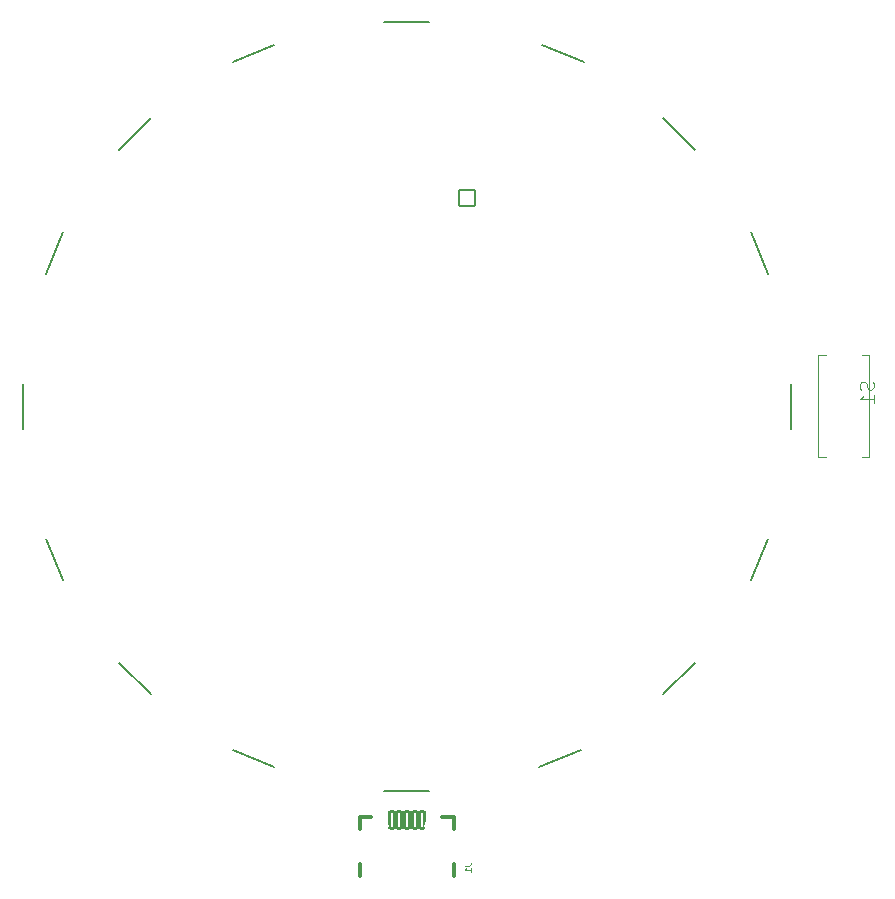
<source format=gbo>
G04 #@! TF.GenerationSoftware,KiCad,Pcbnew,(6.0.4-0)*
G04 #@! TF.CreationDate,2022-11-18T23:15:20+01:00*
G04 #@! TF.ProjectId,iO_Atletehe_rev1,694f5f41-746c-4657-9465-68655f726576,rev?*
G04 #@! TF.SameCoordinates,Original*
G04 #@! TF.FileFunction,Legend,Bot*
G04 #@! TF.FilePolarity,Positive*
%FSLAX46Y46*%
G04 Gerber Fmt 4.6, Leading zero omitted, Abs format (unit mm)*
G04 Created by KiCad (PCBNEW (6.0.4-0)) date 2022-11-18 23:15:20*
%MOMM*%
%LPD*%
G01*
G04 APERTURE LIST*
G04 Aperture macros list*
%AMRoundRect*
0 Rectangle with rounded corners*
0 $1 Rounding radius*
0 $2 $3 $4 $5 $6 $7 $8 $9 X,Y pos of 4 corners*
0 Add a 4 corners polygon primitive as box body*
4,1,4,$2,$3,$4,$5,$6,$7,$8,$9,$2,$3,0*
0 Add four circle primitives for the rounded corners*
1,1,$1+$1,$2,$3*
1,1,$1+$1,$4,$5*
1,1,$1+$1,$6,$7*
1,1,$1+$1,$8,$9*
0 Add four rect primitives between the rounded corners*
20,1,$1+$1,$2,$3,$4,$5,0*
20,1,$1+$1,$4,$5,$6,$7,0*
20,1,$1+$1,$6,$7,$8,$9,0*
20,1,$1+$1,$8,$9,$2,$3,0*%
G04 Aperture macros list end*
%ADD10C,0.097536*%
%ADD11C,0.093472*%
%ADD12C,0.203200*%
%ADD13C,0.304800*%
%ADD14C,0.100000*%
%ADD15C,1.308000*%
%ADD16C,2.082800*%
%ADD17C,2.499990*%
%ADD18C,2.500009*%
%ADD19C,2.500000*%
%ADD20C,1.000000*%
%ADD21C,1.753200*%
%ADD22RoundRect,0.101600X0.654000X-0.654000X0.654000X0.654000X-0.654000X0.654000X-0.654000X-0.654000X0*%
%ADD23RoundRect,0.101600X-0.200000X-0.725000X0.200000X-0.725000X0.200000X0.725000X-0.200000X0.725000X0*%
%ADD24C,0.850000*%
%ADD25C,2.743200*%
%ADD26C,1.503200*%
%ADD27C,2.078200*%
G04 APERTURE END LIST*
D10*
X153389584Y-143892422D02*
X153755344Y-143892422D01*
X153828496Y-143868038D01*
X153877264Y-143819270D01*
X153901648Y-143746118D01*
X153901648Y-143697350D01*
X153901648Y-144404486D02*
X153901648Y-144111878D01*
X153901648Y-144258182D02*
X153389584Y-144258182D01*
X153462736Y-144209414D01*
X153511504Y-144160646D01*
X153535888Y-144111878D01*
D11*
X187977313Y-102925938D02*
X188033338Y-103094013D01*
X188033338Y-103374139D01*
X187977313Y-103486189D01*
X187921288Y-103542214D01*
X187809238Y-103598239D01*
X187697188Y-103598239D01*
X187585137Y-103542214D01*
X187529112Y-103486189D01*
X187473087Y-103374139D01*
X187417062Y-103150038D01*
X187361037Y-103037988D01*
X187305012Y-102981963D01*
X187192961Y-102925938D01*
X187080911Y-102925938D01*
X186968861Y-102981963D01*
X186912836Y-103037988D01*
X186856810Y-103150038D01*
X186856810Y-103430164D01*
X186912836Y-103598239D01*
X188033338Y-104718742D02*
X188033338Y-104046440D01*
X188033338Y-104382591D02*
X186856810Y-104382591D01*
X187024886Y-104270541D01*
X187136936Y-104158491D01*
X187192961Y-104046440D01*
D12*
X181041100Y-106908600D02*
X181041100Y-103098600D01*
X170200113Y-129396690D02*
X172894190Y-126702613D01*
X133769094Y-134121242D02*
X137289075Y-135579266D01*
X124108010Y-126702613D02*
X126802087Y-129396690D01*
X126802087Y-80610510D02*
X124108010Y-83304587D01*
X177618742Y-119735606D02*
X179076766Y-116215625D01*
X117925434Y-116215625D02*
X119383458Y-119735606D01*
X137289075Y-74427934D02*
X133769094Y-75885958D01*
X115961100Y-103098600D02*
X115961100Y-106908600D01*
X119383458Y-90271594D02*
X117925434Y-93791575D01*
X163483106Y-75885958D02*
X159963125Y-74427934D01*
X146596100Y-137543600D02*
X150406100Y-137543600D01*
X172894190Y-83304587D02*
X170200113Y-80610510D01*
X159713125Y-135579266D02*
X163233106Y-134121242D01*
X179076766Y-93791575D02*
X177618742Y-90271594D01*
X150406100Y-72463600D02*
X146596100Y-72463600D01*
D13*
X144501100Y-139753600D02*
X145501100Y-139753600D01*
X152501100Y-143753600D02*
X152501100Y-144753600D01*
X152501100Y-139753600D02*
X151501100Y-139753600D01*
X152493981Y-139771641D02*
X152493981Y-140753600D01*
X144501100Y-143753600D02*
X144501100Y-144753600D01*
X152493981Y-140753600D02*
X152501100Y-140753600D01*
X144501100Y-140753600D02*
X144501100Y-139753600D01*
D14*
X187651100Y-109303600D02*
X187001100Y-109303600D01*
X187651100Y-100703600D02*
X187651100Y-109303600D01*
X184001100Y-100703600D02*
X183351100Y-100703600D01*
X183351100Y-109303600D02*
X184001100Y-109303600D01*
X187001100Y-100703600D02*
X187651100Y-100703600D01*
X183351100Y-100703600D02*
X183351100Y-109303600D01*
%LPC*%
G36*
X137102569Y-90128267D02*
G01*
X137294528Y-90189555D01*
X137470841Y-90287115D01*
X137619958Y-90413159D01*
X137578972Y-90461648D01*
X137628479Y-90421898D01*
X137747448Y-90570066D01*
X137838107Y-90744151D01*
X137893050Y-90932580D01*
X137910167Y-91128108D01*
X137888799Y-91323218D01*
X137829768Y-91510406D01*
X137735344Y-91682477D01*
X137613178Y-91828022D01*
X137564546Y-91787201D01*
X137605478Y-91835741D01*
X137459471Y-91958868D01*
X137286772Y-92054169D01*
X137098800Y-92113945D01*
X136902779Y-92135903D01*
X136706239Y-92119196D01*
X136513694Y-92063588D01*
X136189419Y-91853131D01*
X136057670Y-91696471D01*
X135960566Y-91519929D01*
X135899774Y-91327832D01*
X135877632Y-91127567D01*
X135894989Y-90926830D01*
X135952064Y-90730298D01*
X136168058Y-90398594D01*
X136328811Y-90270529D01*
X136507883Y-90178132D01*
X136701541Y-90122444D01*
X136902342Y-90105607D01*
X137102569Y-90128267D01*
G37*
G36*
X131714416Y-95516421D02*
G01*
X131906374Y-95577709D01*
X132082688Y-95675269D01*
X132231804Y-95801313D01*
X132190818Y-95849801D01*
X132240325Y-95810051D01*
X132359294Y-95958220D01*
X132449953Y-96132305D01*
X132504896Y-96320734D01*
X132522013Y-96516262D01*
X132500645Y-96711372D01*
X132441614Y-96898560D01*
X132347190Y-97070630D01*
X132225025Y-97216176D01*
X132176396Y-97175359D01*
X132217325Y-97223894D01*
X132071318Y-97347021D01*
X131898619Y-97442322D01*
X131710647Y-97502098D01*
X131514626Y-97524055D01*
X131318086Y-97507349D01*
X131125541Y-97451741D01*
X130801266Y-97241284D01*
X130669516Y-97084625D01*
X130572412Y-96908083D01*
X130511620Y-96715985D01*
X130489478Y-96515721D01*
X130506836Y-96314984D01*
X130563911Y-96118452D01*
X130779905Y-95786748D01*
X130940657Y-95658682D01*
X131119730Y-95566285D01*
X131313387Y-95510597D01*
X131514188Y-95493760D01*
X131714416Y-95516421D01*
G37*
G36*
X140694672Y-86536165D02*
G01*
X140886630Y-86597453D01*
X141062944Y-86695013D01*
X141212060Y-86821057D01*
X141171074Y-86869545D01*
X141220581Y-86829795D01*
X141339550Y-86977964D01*
X141430209Y-87152048D01*
X141485152Y-87340478D01*
X141502269Y-87536006D01*
X141480901Y-87731116D01*
X141421870Y-87918304D01*
X141327446Y-88090374D01*
X141205281Y-88235919D01*
X141156648Y-88195099D01*
X141197580Y-88243638D01*
X141051573Y-88366766D01*
X140878875Y-88462066D01*
X140690902Y-88521843D01*
X140494881Y-88543800D01*
X140298341Y-88527093D01*
X140105797Y-88471486D01*
X139781522Y-88261028D01*
X139649772Y-88104369D01*
X139552668Y-87927827D01*
X139491876Y-87735729D01*
X139469735Y-87535464D01*
X139487092Y-87334727D01*
X139544167Y-87138196D01*
X139760161Y-86806492D01*
X139920913Y-86678426D01*
X140099986Y-86586029D01*
X140293643Y-86530341D01*
X140494444Y-86513504D01*
X140694672Y-86536165D01*
G37*
G36*
X133510467Y-93720370D02*
G01*
X133702425Y-93781657D01*
X133878739Y-93879218D01*
X134027856Y-94005262D01*
X133986870Y-94053750D01*
X134036376Y-94014000D01*
X134155346Y-94162169D01*
X134246004Y-94336253D01*
X134300947Y-94524682D01*
X134318064Y-94720211D01*
X134296696Y-94915321D01*
X134237665Y-95102509D01*
X134143241Y-95274579D01*
X134021076Y-95420124D01*
X133972443Y-95379304D01*
X134013375Y-95427843D01*
X133867368Y-95550971D01*
X133694670Y-95646271D01*
X133506697Y-95706048D01*
X133310676Y-95728005D01*
X133114136Y-95711298D01*
X132921592Y-95655691D01*
X132597317Y-95445233D01*
X132465567Y-95288573D01*
X132368463Y-95112032D01*
X132307671Y-94919934D01*
X132285530Y-94719669D01*
X132302887Y-94518932D01*
X132359962Y-94322400D01*
X132575956Y-93990697D01*
X132736708Y-93862631D01*
X132915781Y-93770234D01*
X133109438Y-93714546D01*
X133310239Y-93697709D01*
X133510467Y-93720370D01*
G37*
G36*
X135306518Y-91924319D02*
G01*
X135498476Y-91985606D01*
X135674790Y-92083167D01*
X135823907Y-92209210D01*
X135782921Y-92257699D01*
X135832427Y-92217949D01*
X135951397Y-92366117D01*
X136042056Y-92540202D01*
X136096999Y-92728631D01*
X136114115Y-92924160D01*
X136092747Y-93119270D01*
X136033717Y-93306458D01*
X135939292Y-93478528D01*
X135817127Y-93624073D01*
X135768494Y-93583253D01*
X135809427Y-93631792D01*
X135663420Y-93754920D01*
X135490721Y-93850220D01*
X135302749Y-93909997D01*
X135106727Y-93931954D01*
X134910188Y-93915247D01*
X134717643Y-93859639D01*
X134393368Y-93649182D01*
X134261619Y-93492522D01*
X134164515Y-93315980D01*
X134103722Y-93123883D01*
X134081581Y-92923618D01*
X134098938Y-92722881D01*
X134156013Y-92526349D01*
X134372007Y-92194645D01*
X134532760Y-92066580D01*
X134711832Y-91974183D01*
X134905490Y-91918495D01*
X135106290Y-91901658D01*
X135306518Y-91924319D01*
G37*
G36*
X138898621Y-88332216D02*
G01*
X139090579Y-88393504D01*
X139266892Y-88491064D01*
X139416009Y-88617108D01*
X139375023Y-88665596D01*
X139424530Y-88625846D01*
X139543499Y-88774015D01*
X139634158Y-88948100D01*
X139689101Y-89136529D01*
X139706218Y-89332057D01*
X139684850Y-89527167D01*
X139625819Y-89714355D01*
X139531395Y-89886425D01*
X139409230Y-90031971D01*
X139360597Y-89991150D01*
X139401529Y-90039689D01*
X139255522Y-90162817D01*
X139082823Y-90258118D01*
X138894851Y-90317894D01*
X138698830Y-90339851D01*
X138502290Y-90323144D01*
X138309746Y-90267537D01*
X137985471Y-90057079D01*
X137853721Y-89900420D01*
X137756617Y-89723878D01*
X137695825Y-89531780D01*
X137673683Y-89331516D01*
X137691041Y-89130779D01*
X137748115Y-88934247D01*
X137964110Y-88602543D01*
X138124862Y-88474477D01*
X138303935Y-88382081D01*
X138497592Y-88326392D01*
X138698393Y-88309555D01*
X138898621Y-88332216D01*
G37*
G36*
X145817100Y-143603600D02*
G01*
X143817100Y-143603600D01*
X143817100Y-141903600D01*
X145817100Y-141903600D01*
X145817100Y-143603600D01*
G37*
G36*
X153185100Y-143603600D02*
G01*
X151185100Y-143603600D01*
X151185100Y-141903600D01*
X153185100Y-141903600D01*
X153185100Y-143603600D01*
G37*
G36*
X149851100Y-143603600D02*
G01*
X147151100Y-143603600D01*
X147151100Y-141903600D01*
X149851100Y-141903600D01*
X149851100Y-143603600D01*
G37*
D15*
X166979600Y-94030800D03*
X169519600Y-94030800D03*
X166979600Y-96570800D03*
X169519600Y-96570800D03*
X169519600Y-91490800D03*
X166979600Y-91490800D03*
D16*
X177231100Y-105003600D03*
X179771100Y-105003600D03*
X168853074Y-125355574D03*
X170649126Y-127151626D03*
X136987108Y-131330273D03*
X136015092Y-133676927D03*
X128149126Y-125355574D03*
X126353074Y-127151626D03*
X128149126Y-84651626D03*
X126353074Y-82855574D03*
X174827773Y-116517592D03*
X177174427Y-117489608D03*
X122174427Y-116517592D03*
X119827773Y-117489608D03*
D17*
X121984596Y-131520104D03*
D18*
X175017603Y-131520104D03*
D16*
X136987108Y-78676927D03*
X136015092Y-76330273D03*
X119771100Y-105003600D03*
X117231100Y-105003600D03*
X122174427Y-93489608D03*
X119827773Y-92517592D03*
D19*
X165901100Y-105003600D03*
D20*
X166451100Y-109653600D03*
D19*
X162101100Y-105003600D03*
D21*
X162731100Y-107753600D03*
X165271100Y-107753600D03*
X165271100Y-102253600D03*
X162731100Y-102253600D03*
D16*
X160265092Y-78676927D03*
X161237108Y-76330273D03*
X148501100Y-133733600D03*
X148501100Y-136273600D03*
X168853074Y-84651626D03*
X170649126Y-82855574D03*
D17*
X121984596Y-78487097D03*
D16*
X160015092Y-131330273D03*
X160987108Y-133676927D03*
D22*
X153626100Y-87378600D03*
D18*
X175017603Y-78487097D03*
D20*
X135451100Y-109653600D03*
D19*
X131101100Y-105003600D03*
X134901100Y-105003600D03*
D21*
X131731100Y-107753600D03*
X134271100Y-107753600D03*
X134271100Y-102253600D03*
X131731100Y-102253600D03*
D16*
X174827773Y-93489608D03*
X177174427Y-92517592D03*
X148501100Y-76273600D03*
X148501100Y-73733600D03*
D23*
X149801100Y-140028600D03*
X147851100Y-140028600D03*
X147201100Y-140028600D03*
X149151100Y-140028600D03*
X148501100Y-140028600D03*
D24*
X150401100Y-140553600D03*
X146601100Y-140553600D03*
D25*
X153471100Y-68403600D03*
X143471100Y-68403600D03*
D26*
X185501100Y-103003600D03*
X185501100Y-105003600D03*
X185501100Y-107003600D03*
D27*
X185501100Y-100903600D03*
X185501100Y-109103600D03*
M02*

</source>
